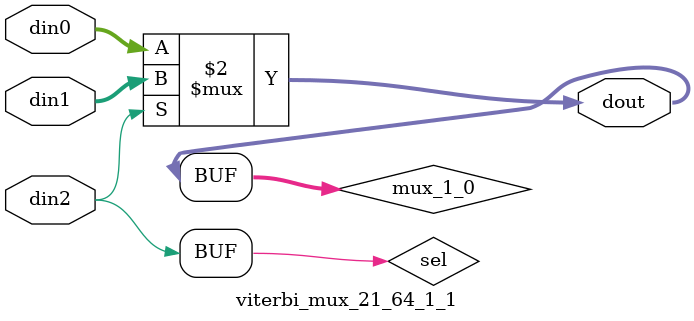
<source format=v>

`timescale 1ns/1ps

module viterbi_mux_21_64_1_1 #(
parameter
    ID                = 0,
    NUM_STAGE         = 1,
    din0_WIDTH       = 32,
    din1_WIDTH       = 32,
    din2_WIDTH         = 32,
    dout_WIDTH            = 32
)(
    input  [63 : 0]     din0,
    input  [63 : 0]     din1,
    input  [0 : 0]    din2,
    output [63 : 0]   dout);

// puts internal signals
wire [0 : 0]     sel;
// level 1 signals
wire [63 : 0]         mux_1_0;

assign sel = din2;

// Generate level 1 logic
assign mux_1_0 = (sel[0] == 0)? din0 : din1;

// output logic
assign dout = mux_1_0;

endmodule

</source>
